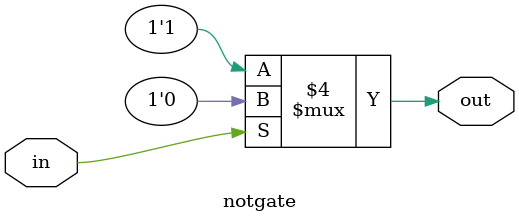
<source format=v>
module notgate(in,out);
input in;
output out;
reg out;
/*input in;
output out;
not not1(out,in);*/
always @ (in)
begin
	if(in==0)
	begin
	out=1;
	end
	else
	begin
	out=0;
	end
end
endmodule


</source>
